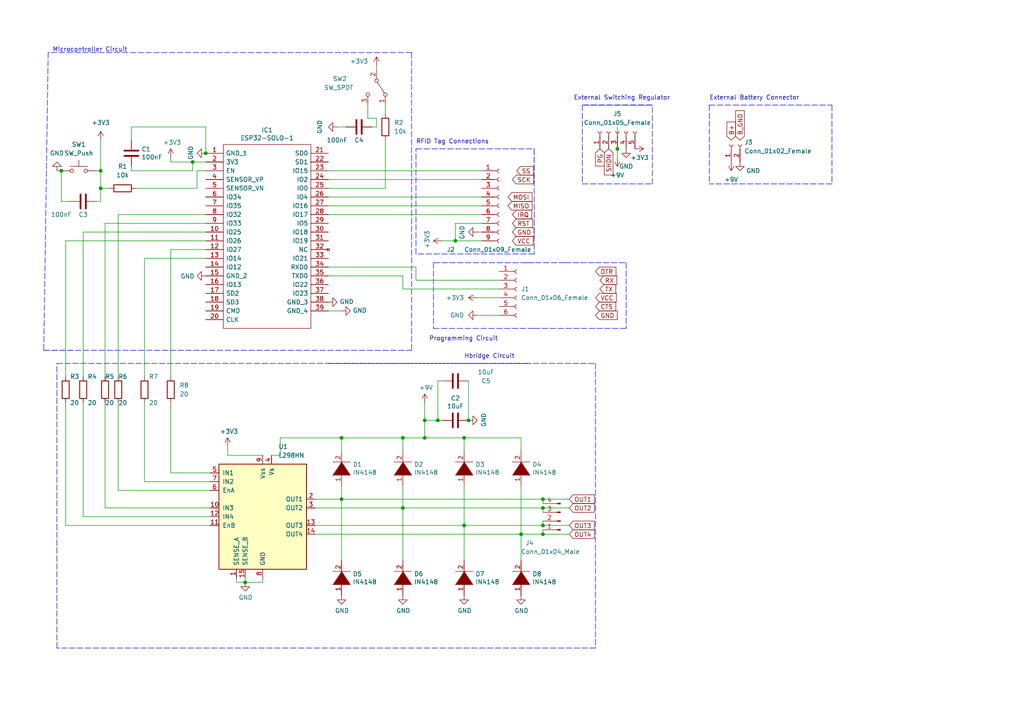
<source format=kicad_sch>
(kicad_sch (version 20211123) (generator eeschema)
  (paper "A4")
  (lib_symbols
    (symbol "Connector:Conn_01x02_Female" (pin_names (offset 1.016) hide)
      (property "Reference" "J" (at 0 2.54 0))
      (property "Value" "Conn_01x02_Female" (at 0 -5.08 0))
      (symbol "Conn_01x02_Female_1_1"
        (arc (start 0 -2.032) (mid -0.508 -2.54) (end 0 -3.048) (stroke (width 0.1524)))
        (polyline (pts (xy -1.27 -2.54) (xy -0.508 -2.54)) (stroke (width 0.1524)))
        (polyline (pts (xy -1.27 0) (xy -0.508 0)) (stroke (width 0.1524)))
        (arc (start 0 0.508) (mid -0.508 0) (end 0 -0.508) (stroke (width 0.1524)))
        (pin passive line (at -5.08 0 0) (length 3.81) (name "Pin_1") (number "1"))
        (pin passive line (at -5.08 -2.54 0) (length 3.81) (name "Pin_2") (number "2"))
      )
    )
    (symbol "Connector:Conn_01x04_Male" (pin_names (offset 1.016) hide)
      (property "Reference" "J" (at 0 5.08 0))
      (property "Value" "Conn_01x04_Male" (at 0 -7.62 0))
      (symbol "Conn_01x04_Male_1_1"
        (polyline (pts (xy 1.27 -5.08) (xy 0.8636 -5.08)) (stroke (width 0.1524)))
        (polyline (pts (xy 1.27 -2.54) (xy 0.8636 -2.54)) (stroke (width 0.1524)))
        (polyline (pts (xy 1.27 0) (xy 0.8636 0)) (stroke (width 0.1524)))
        (polyline (pts (xy 1.27 2.54) (xy 0.8636 2.54)) (stroke (width 0.1524)))
        (rectangle (start 0.8636 -4.953) (end 0 -5.207) (stroke (width 0.1524)) (fill (type outline)))
        (rectangle (start 0.8636 -2.413) (end 0 -2.667) (stroke (width 0.1524)) (fill (type outline)))
        (rectangle (start 0.8636 0.127) (end 0 -0.127) (stroke (width 0.1524)) (fill (type outline)))
        (rectangle (start 0.8636 2.667) (end 0 2.413) (stroke (width 0.1524)) (fill (type outline)))
        (pin passive line (at 5.08 2.54 180) (length 3.81) (name "Pin_1") (number "1"))
        (pin passive line (at 5.08 0 180) (length 3.81) (name "Pin_2") (number "2"))
        (pin passive line (at 5.08 -2.54 180) (length 3.81) (name "Pin_3") (number "3"))
        (pin passive line (at 5.08 -5.08 180) (length 3.81) (name "Pin_4") (number "4"))
      )
    )
    (symbol "Connector:Conn_01x05_Female" (pin_names (offset 1.016) hide)
      (property "Reference" "J" (at 0 7.62 0))
      (property "Value" "Conn_01x05_Female" (at 0 -7.62 0))
      (symbol "Conn_01x05_Female_1_1"
        (arc (start 0 -4.572) (mid -0.508 -5.08) (end 0 -5.588) (stroke (width 0.1524)))
        (arc (start 0 -2.032) (mid -0.508 -2.54) (end 0 -3.048) (stroke (width 0.1524)))
        (polyline (pts (xy -1.27 -5.08) (xy -0.508 -5.08)) (stroke (width 0.1524)))
        (polyline (pts (xy -1.27 -2.54) (xy -0.508 -2.54)) (stroke (width 0.1524)))
        (polyline (pts (xy -1.27 0) (xy -0.508 0)) (stroke (width 0.1524)))
        (polyline (pts (xy -1.27 2.54) (xy -0.508 2.54)) (stroke (width 0.1524)))
        (polyline (pts (xy -1.27 5.08) (xy -0.508 5.08)) (stroke (width 0.1524)))
        (arc (start 0 0.508) (mid -0.508 0) (end 0 -0.508) (stroke (width 0.1524)))
        (arc (start 0 3.048) (mid -0.508 2.54) (end 0 2.032) (stroke (width 0.1524)))
        (arc (start 0 5.588) (mid -0.508 5.08) (end 0 4.572) (stroke (width 0.1524)))
        (pin passive line (at -5.08 5.08 0) (length 3.81) (name "Pin_1") (number "1"))
        (pin passive line (at -5.08 2.54 0) (length 3.81) (name "Pin_2") (number "2"))
        (pin passive line (at -5.08 0 0) (length 3.81) (name "Pin_3") (number "3"))
        (pin passive line (at -5.08 -2.54 0) (length 3.81) (name "Pin_4") (number "4"))
        (pin passive line (at -5.08 -5.08 0) (length 3.81) (name "Pin_5") (number "5"))
      )
    )
    (symbol "Connector:Conn_01x06_Female" (pin_names (offset 1.016) hide)
      (property "Reference" "J" (at 0 7.62 0))
      (property "Value" "Conn_01x06_Female" (at 0 -10.16 0))
      (symbol "Conn_01x06_Female_1_1"
        (arc (start 0 -7.112) (mid -0.508 -7.62) (end 0 -8.128) (stroke (width 0.1524)))
        (arc (start 0 -4.572) (mid -0.508 -5.08) (end 0 -5.588) (stroke (width 0.1524)))
        (arc (start 0 -2.032) (mid -0.508 -2.54) (end 0 -3.048) (stroke (width 0.1524)))
        (polyline (pts (xy -1.27 -7.62) (xy -0.508 -7.62)) (stroke (width 0.1524)))
        (polyline (pts (xy -1.27 -5.08) (xy -0.508 -5.08)) (stroke (width 0.1524)))
        (polyline (pts (xy -1.27 -2.54) (xy -0.508 -2.54)) (stroke (width 0.1524)))
        (polyline (pts (xy -1.27 0) (xy -0.508 0)) (stroke (width 0.1524)))
        (polyline (pts (xy -1.27 2.54) (xy -0.508 2.54)) (stroke (width 0.1524)))
        (polyline (pts (xy -1.27 5.08) (xy -0.508 5.08)) (stroke (width 0.1524)))
        (arc (start 0 0.508) (mid -0.508 0) (end 0 -0.508) (stroke (width 0.1524)))
        (arc (start 0 3.048) (mid -0.508 2.54) (end 0 2.032) (stroke (width 0.1524)))
        (arc (start 0 5.588) (mid -0.508 5.08) (end 0 4.572) (stroke (width 0.1524)))
        (pin passive line (at -5.08 5.08 0) (length 3.81) (name "Pin_1") (number "1"))
        (pin passive line (at -5.08 2.54 0) (length 3.81) (name "Pin_2") (number "2"))
        (pin passive line (at -5.08 0 0) (length 3.81) (name "Pin_3") (number "3"))
        (pin passive line (at -5.08 -2.54 0) (length 3.81) (name "Pin_4") (number "4"))
        (pin passive line (at -5.08 -5.08 0) (length 3.81) (name "Pin_5") (number "5"))
        (pin passive line (at -5.08 -7.62 0) (length 3.81) (name "Pin_6") (number "6"))
      )
    )
    (symbol "Connector:Conn_01x09_Female" (pin_names (offset 1.016) hide)
      (property "Reference" "J" (at 0 12.7 0))
      (property "Value" "Conn_01x09_Female" (at 0 -12.7 0))
      (symbol "Conn_01x09_Female_1_1"
        (arc (start 0 -9.652) (mid -0.508 -10.16) (end 0 -10.668) (stroke (width 0.1524)))
        (arc (start 0 -7.112) (mid -0.508 -7.62) (end 0 -8.128) (stroke (width 0.1524)))
        (arc (start 0 -4.572) (mid -0.508 -5.08) (end 0 -5.588) (stroke (width 0.1524)))
        (arc (start 0 -2.032) (mid -0.508 -2.54) (end 0 -3.048) (stroke (width 0.1524)))
        (polyline (pts (xy -1.27 -10.16) (xy -0.508 -10.16)) (stroke (width 0.1524)))
        (polyline (pts (xy -1.27 -7.62) (xy -0.508 -7.62)) (stroke (width 0.1524)))
        (polyline (pts (xy -1.27 -5.08) (xy -0.508 -5.08)) (stroke (width 0.1524)))
        (polyline (pts (xy -1.27 -2.54) (xy -0.508 -2.54)) (stroke (width 0.1524)))
        (polyline (pts (xy -1.27 0) (xy -0.508 0)) (stroke (width 0.1524)))
        (polyline (pts (xy -1.27 2.54) (xy -0.508 2.54)) (stroke (width 0.1524)))
        (polyline (pts (xy -1.27 5.08) (xy -0.508 5.08)) (stroke (width 0.1524)))
        (polyline (pts (xy -1.27 7.62) (xy -0.508 7.62)) (stroke (width 0.1524)))
        (polyline (pts (xy -1.27 10.16) (xy -0.508 10.16)) (stroke (width 0.1524)))
        (arc (start 0 0.508) (mid -0.508 0) (end 0 -0.508) (stroke (width 0.1524)))
        (arc (start 0 3.048) (mid -0.508 2.54) (end 0 2.032) (stroke (width 0.1524)))
        (arc (start 0 5.588) (mid -0.508 5.08) (end 0 4.572) (stroke (width 0.1524)))
        (arc (start 0 8.128) (mid -0.508 7.62) (end 0 7.112) (stroke (width 0.1524)))
        (arc (start 0 10.668) (mid -0.508 10.16) (end 0 9.652) (stroke (width 0.1524)))
        (pin passive line (at -5.08 10.16 0) (length 3.81) (name "Pin_1") (number "1"))
        (pin passive line (at -5.08 7.62 0) (length 3.81) (name "Pin_2") (number "2"))
        (pin passive line (at -5.08 5.08 0) (length 3.81) (name "Pin_3") (number "3"))
        (pin passive line (at -5.08 2.54 0) (length 3.81) (name "Pin_4") (number "4"))
        (pin passive line (at -5.08 0 0) (length 3.81) (name "Pin_5") (number "5"))
        (pin passive line (at -5.08 -2.54 0) (length 3.81) (name "Pin_6") (number "6"))
        (pin passive line (at -5.08 -5.08 0) (length 3.81) (name "Pin_7") (number "7"))
        (pin passive line (at -5.08 -7.62 0) (length 3.81) (name "Pin_8") (number "8"))
        (pin passive line (at -5.08 -10.16 0) (length 3.81) (name "Pin_9") (number "9"))
      )
    )
    (symbol "Device:C" (pin_numbers hide) (pin_names (offset 0.254))
      (property "Reference" "C" (at 0.635 2.54 0))
      (property "Value" "C" (at 0.635 -2.54 0))
      (symbol "C_0_1"
        (polyline (pts (xy -2.032 -0.762) (xy 2.032 -0.762)) (stroke (width 0.508)))
        (polyline (pts (xy -2.032 0.762) (xy 2.032 0.762)) (stroke (width 0.508)))
      )
      (symbol "C_1_1"
        (pin passive line (at 0 3.81 270) (length 2.794) (name "~") (number "1"))
        (pin passive line (at 0 -3.81 90) (length 2.794) (name "~") (number "2"))
      )
    )
    (symbol "Device:R" (pin_numbers hide) (pin_names (offset 0))
      (property "Reference" "R" (at 2.032 0 90))
      (property "Value" "R" (at 0 0 90))
      (symbol "R_0_1"
        (rectangle (start -1.016 -2.54) (end 1.016 2.54) (stroke (width 0.254)))
      )
      (symbol "R_1_1"
        (pin passive line (at 0 3.81 270) (length 1.27) (name "~") (number "1"))
        (pin passive line (at 0 -3.81 90) (length 1.27) (name "~") (number "2"))
      )
    )
    (symbol "Driver_Motor:L298HN" (pin_names (offset 1.016))
      (property "Reference" "U" (at -10.16 16.51 0))
      (property "Value" "L298HN" (at 12.7 16.51 0))
      (symbol "L298HN_0_1"
        (rectangle (start -12.7 15.24) (end 12.7 -15.24) (stroke (width 0.254)) (fill (type background)))
      )
      (symbol "L298HN_1_1"
        (pin power_in line (at -7.62 -17.78 90) (length 2.54) (name "SENSE_A") (number "1"))
        (pin input line (at -15.24 2.54 0) (length 2.54) (name "IN3") (number "10"))
        (pin input line (at -15.24 -2.54 0) (length 2.54) (name "EnB") (number "11"))
        (pin input line (at -15.24 0 0) (length 2.54) (name "IN4") (number "12"))
        (pin output line (at 15.24 -2.54 180) (length 2.54) (name "OUT3") (number "13"))
        (pin output line (at 15.24 -5.08 180) (length 2.54) (name "OUT4") (number "14"))
        (pin power_in line (at -5.08 -17.78 90) (length 2.54) (name "SENSE_B") (number "15"))
        (pin output line (at 15.24 5.08 180) (length 2.54) (name "OUT1") (number "2"))
        (pin output line (at 15.24 2.54 180) (length 2.54) (name "OUT2") (number "3"))
        (pin power_in line (at 2.54 17.78 270) (length 2.54) (name "Vs") (number "4"))
        (pin input line (at -15.24 12.7 0) (length 2.54) (name "IN1") (number "5"))
        (pin input line (at -15.24 7.62 0) (length 2.54) (name "EnA") (number "6"))
        (pin input line (at -15.24 10.16 0) (length 2.54) (name "IN2") (number "7"))
        (pin power_in line (at 0 -17.78 90) (length 2.54) (name "GND") (number "8"))
        (pin power_in line (at 0 17.78 270) (length 2.54) (name "Vss") (number "9"))
      )
    )
    (symbol "SamacSys_Parts:ESP32-SOLO-1" (pin_names (offset 0.762))
      (property "Reference" "IC" (at 31.75 7.62 0))
      (property "Value" "SamacSys_Parts_ESP32-SOLO-1" (at 31.75 5.08 0))
      (symbol "ESP32-SOLO-1_0_0"
        (pin passive line (at 0 0 0) (length 5.08) (name "GND_1") (number "1"))
        (pin passive line (at 0 -22.86 0) (length 5.08) (name "IO25") (number "10"))
        (pin passive line (at 0 -25.4 0) (length 5.08) (name "IO26") (number "11"))
        (pin passive line (at 0 -27.94 0) (length 5.08) (name "IO27") (number "12"))
        (pin passive line (at 0 -30.48 0) (length 5.08) (name "IO14") (number "13"))
        (pin passive line (at 0 -33.02 0) (length 5.08) (name "IO12") (number "14"))
        (pin passive line (at 0 -35.56 0) (length 5.08) (name "GND_2") (number "15"))
        (pin passive line (at 0 -38.1 0) (length 5.08) (name "IO13") (number "16"))
        (pin passive line (at 0 -40.64 0) (length 5.08) (name "SD2") (number "17"))
        (pin passive line (at 0 -43.18 0) (length 5.08) (name "SD3") (number "18"))
        (pin passive line (at 0 -45.72 0) (length 5.08) (name "CMD") (number "19"))
        (pin passive line (at 0 -2.54 0) (length 5.08) (name "3V3") (number "2"))
        (pin passive line (at 0 -48.26 0) (length 5.08) (name "CLK") (number "20"))
        (pin passive line (at 35.56 0 180) (length 5.08) (name "SD0") (number "21"))
        (pin passive line (at 35.56 -2.54 180) (length 5.08) (name "SD1") (number "22"))
        (pin passive line (at 35.56 -5.08 180) (length 5.08) (name "IO15") (number "23"))
        (pin passive line (at 35.56 -7.62 180) (length 5.08) (name "IO2") (number "24"))
        (pin passive line (at 35.56 -10.16 180) (length 5.08) (name "IO0") (number "25"))
        (pin passive line (at 35.56 -12.7 180) (length 5.08) (name "IO4") (number "26"))
        (pin passive line (at 35.56 -15.24 180) (length 5.08) (name "IO16") (number "27"))
        (pin passive line (at 35.56 -17.78 180) (length 5.08) (name "IO17") (number "28"))
        (pin passive line (at 35.56 -20.32 180) (length 5.08) (name "IO5") (number "29"))
        (pin passive line (at 0 -5.08 0) (length 5.08) (name "EN") (number "3"))
        (pin passive line (at 35.56 -22.86 180) (length 5.08) (name "IO18") (number "30"))
        (pin passive line (at 35.56 -25.4 180) (length 5.08) (name "IO19") (number "31"))
        (pin no_connect line (at 35.56 -27.94 180) (length 5.08) (name "NC") (number "32"))
        (pin passive line (at 35.56 -30.48 180) (length 5.08) (name "IO21") (number "33"))
        (pin passive line (at 35.56 -33.02 180) (length 5.08) (name "RXD0") (number "34"))
        (pin passive line (at 35.56 -35.56 180) (length 5.08) (name "TXD0") (number "35"))
        (pin passive line (at 35.56 -38.1 180) (length 5.08) (name "IO22") (number "36"))
        (pin passive line (at 35.56 -40.64 180) (length 5.08) (name "IO23") (number "37"))
        (pin passive line (at 35.56 -43.18 180) (length 5.08) (name "GND_3") (number "38"))
        (pin passive line (at 35.56 -45.72 180) (length 5.08) (name "GND_4") (number "39"))
        (pin passive line (at 0 -7.62 0) (length 5.08) (name "SENSOR_VP") (number "4"))
        (pin passive line (at 0 -10.16 0) (length 5.08) (name "SENSOR_VN") (number "5"))
        (pin passive line (at 0 -12.7 0) (length 5.08) (name "IO34") (number "6"))
        (pin passive line (at 0 -15.24 0) (length 5.08) (name "IO35") (number "7"))
        (pin passive line (at 0 -17.78 0) (length 5.08) (name "IO32") (number "8"))
        (pin passive line (at 0 -20.32 0) (length 5.08) (name "IO33") (number "9"))
      )
      (symbol "ESP32-SOLO-1_0_1"
        (polyline (pts (xy 5.08 2.54) (xy 30.48 2.54) (xy 30.48 -50.8) (xy 5.08 -50.8) (xy 5.08 2.54)) (stroke (width 0.1524)))
      )
    )
    (symbol "Switch:SW_Push" (pin_numbers hide) (pin_names (offset 1.016) hide)
      (property "Reference" "SW" (at 1.27 2.54 0))
      (property "Value" "SW_Push" (at 0 -1.524 0))
      (symbol "SW_Push_0_1"
        (circle (center -2.032 0) (radius 0.508))
        (polyline (pts (xy 0 1.27) (xy 0 3.048)))
        (polyline (pts (xy 2.54 1.27) (xy -2.54 1.27)))
        (circle (center 2.032 0) (radius 0.508))
        (pin passive line (at -5.08 0 0) (length 2.54) (name "1") (number "1"))
        (pin passive line (at 5.08 0 180) (length 2.54) (name "2") (number "2"))
      )
    )
    (symbol "Switch:SW_SPDT" (pin_names (offset 0) hide)
      (property "Reference" "SW" (at 0 4.318 0))
      (property "Value" "SW_SPDT" (at 0 -5.08 0))
      (symbol "SW_SPDT_0_0"
        (circle (center -2.032 0) (radius 0.508))
        (circle (center 2.032 -2.54) (radius 0.508))
      )
      (symbol "SW_SPDT_0_1"
        (polyline (pts (xy -1.524 0.254) (xy 1.651 2.286)))
        (circle (center 2.032 2.54) (radius 0.508))
      )
      (symbol "SW_SPDT_1_1"
        (pin passive line (at 5.08 2.54 180) (length 2.54) (name "A") (number "1"))
        (pin passive line (at -5.08 0 0) (length 2.54) (name "B") (number "2"))
        (pin passive line (at 5.08 -2.54 180) (length 2.54) (name "C") (number "3"))
      )
    )
    (symbol "power:+3.3V" (power) (pin_names (offset 0))
      (property "Value" "+3.3V" (at 0 3.556 0))
      (symbol "+3.3V_0_1"
        (polyline (pts (xy -0.762 1.27) (xy 0 2.54)))
        (polyline (pts (xy 0 0) (xy 0 2.54)))
        (polyline (pts (xy 0 2.54) (xy 0.762 1.27)))
      )
      (symbol "+3.3V_1_1"
        (pin power_in line (at 0 0 90) (length 0) hide (name "+3V3") (number "1"))
      )
    )
    (symbol "power:+9V" (power) (pin_names (offset 0))
      (property "Value" "+9V" (at 0 3.556 0))
      (symbol "+9V_0_1"
        (polyline (pts (xy -0.762 1.27) (xy 0 2.54)))
        (polyline (pts (xy 0 0) (xy 0 2.54)))
        (polyline (pts (xy 0 2.54) (xy 0.762 1.27)))
      )
      (symbol "+9V_1_1"
        (pin power_in line (at 0 0 90) (length 0) hide (name "+9V") (number "1"))
      )
    )
    (symbol "power:GND" (power) (pin_names (offset 0))
      (property "Value" "GND" (at 0 -3.81 0))
      (symbol "GND_0_1"
        (polyline (pts (xy 0 0) (xy 0 -1.27) (xy 1.27 -1.27) (xy 0 -2.54) (xy -1.27 -1.27) (xy 0 -1.27)))
      )
      (symbol "GND_1_1"
        (pin power_in line (at 0 0 270) (length 0) hide (name "GND") (number "1"))
      )
    )
    (symbol "pspice:DIODE" (pin_names (offset 1.016) hide)
      (property "Reference" "D" (at 0 3.81 0))
      (property "Value" "DIODE" (at 0 -4.445 0))
      (symbol "DIODE_0_1"
        (polyline (pts (xy 1.905 2.54) (xy 1.905 -2.54)))
        (polyline (pts (xy -1.905 2.54) (xy -1.905 -2.54) (xy 1.905 0)) (fill (type outline)))
      )
      (symbol "DIODE_1_1"
        (pin input line (at -5.08 0 0) (length 3.81) (name "K") (number "1"))
        (pin input line (at 5.08 0 180) (length 3.81) (name "A") (number "2"))
      )
    )
  )
  (junction (at 29.21 54.61))
  (junction (at 135.89 121.92))
  (junction (at 116.84 147.32))
  (junction (at 134.62 127))
  (junction (at 157.48 154.94))
  (junction (at 157.48 152.4))
  (junction (at 157.48 147.32))
  (junction (at 99.06 127))
  (junction (at 151.13 154.94))
  (junction (at 123.19 121.92))
  (junction (at 55.88 46.99))
  (junction (at 132.08 69.85))
  (junction (at 179.07 43.18))
  (junction (at 17.78 49.53))
  (junction (at 59.69 44.45))
  (junction (at 99.06 144.78))
  (junction (at 127 121.92))
  (junction (at 157.48 144.78))
  (junction (at 29.21 49.53))
  (junction (at 123.19 127))
  (junction (at 134.62 152.4))
  (junction (at 71.12 168.91))
  (junction (at 116.84 127))
  (wire (pts (xy 41.91 139.7) (xy 60.96 139.7)))
  (wire (pts (xy 31.75 54.61) (xy 29.21 54.61)))
  (wire (pts (xy 111.76 40.64) (xy 111.76 54.61)))
  (polyline (pts (xy 13.97 15.24) (xy 12.7 101.6)))
  (wire (pts (xy 24.13 67.31) (xy 24.13 109.22)))
  (wire (pts (xy 24.13 116.84) (xy 24.13 149.86)))
  (wire (pts (xy 91.44 154.94) (xy 151.13 154.94)))
  (wire (pts (xy 120.65 81.28) (xy 144.78 81.28)))
  (polyline (pts (xy 205.74 30.48) (xy 205.74 53.34)))
  (wire (pts (xy 134.62 140.97) (xy 134.62 152.4)))
  (wire (pts (xy 120.65 77.47) (xy 120.65 81.28)))
  (wire (pts (xy 30.48 147.32) (xy 60.96 147.32)))
  (polyline (pts (xy 152.4 76.2) (xy 154.94 76.2)))
  (polyline (pts (xy 189.23 30.48) (xy 168.91 30.48)))
  (wire (pts (xy 68.58 167.64) (xy 68.58 168.91)))
  (polyline (pts (xy 154.94 73.66) (xy 120.65 73.66)))
  (polyline (pts (xy 125.73 95.25) (xy 154.94 95.25)))
  (wire (pts (xy 49.53 116.84) (xy 49.53 137.16)))
  (polyline (pts (xy 189.23 53.34) (xy 189.23 30.48)))
  (wire (pts (xy 99.06 130.81) (xy 99.06 127)))
  (wire (pts (xy 34.29 142.24) (xy 60.96 142.24)))
  (wire (pts (xy 19.05 116.84) (xy 19.05 152.4)))
  (wire (pts (xy 30.48 116.84) (xy 30.48 147.32)))
  (wire (pts (xy 55.88 49.53) (xy 55.88 46.99)))
  (wire (pts (xy 49.53 46.99) (xy 55.88 46.99)))
  (wire (pts (xy 17.78 49.53) (xy 17.78 58.42)))
  (wire (pts (xy 109.22 34.29) (xy 106.68 34.29)))
  (polyline (pts (xy 12.7 101.6) (xy 118.11 101.6)))
  (polyline (pts (xy 95.25 105.41) (xy 172.72 105.41)))
  (wire (pts (xy 157.48 144.78) (xy 157.48 146.05)))
  (wire (pts (xy 127 121.92) (xy 128.27 121.92)))
  (wire (pts (xy 81.28 127) (xy 81.28 132.08)))
  (wire (pts (xy 157.48 147.32) (xy 157.48 148.59)))
  (wire (pts (xy 138.43 86.36) (xy 144.78 86.36)))
  (wire (pts (xy 24.13 149.86) (xy 60.96 149.86)))
  (wire (pts (xy 135.89 110.49) (xy 135.89 121.92)))
  (wire (pts (xy 91.44 144.78) (xy 99.06 144.78)))
  (wire (pts (xy 109.22 36.83) (xy 109.22 34.29)))
  (wire (pts (xy 59.69 46.99) (xy 55.88 46.99)))
  (wire (pts (xy 116.84 147.32) (xy 157.48 147.32)))
  (wire (pts (xy 39.37 54.61) (xy 57.15 54.61)))
  (wire (pts (xy 71.12 168.91) (xy 71.12 167.64)))
  (polyline (pts (xy 154.94 43.18) (xy 154.94 73.66)))
  (wire (pts (xy 138.43 67.31) (xy 139.7 67.31)))
  (polyline (pts (xy 120.65 73.66) (xy 120.65 43.18)))
  (wire (pts (xy 95.25 80.01) (xy 116.84 80.01)))
  (polyline (pts (xy 16.51 187.96) (xy 16.51 105.41)))
  (wire (pts (xy 38.1 40.64) (xy 38.1 36.83)))
  (wire (pts (xy 76.2 168.91) (xy 76.2 167.64)))
  (wire (pts (xy 100.33 36.83) (xy 97.79 36.83)))
  (polyline (pts (xy 172.72 76.2) (xy 181.61 76.2)))
  (wire (pts (xy 134.62 127) (xy 134.62 130.81)))
  (wire (pts (xy 95.25 62.23) (xy 139.7 62.23)))
  (wire (pts (xy 95.25 77.47) (xy 120.65 77.47)))
  (wire (pts (xy 30.48 64.77) (xy 59.69 64.77)))
  (wire (pts (xy 99.06 144.78) (xy 157.48 144.78)))
  (wire (pts (xy 157.48 152.4) (xy 165.1 152.4)))
  (wire (pts (xy 24.13 67.31) (xy 59.69 67.31)))
  (polyline (pts (xy 241.3 53.34) (xy 205.74 53.34)))
  (polyline (pts (xy 168.91 30.48) (xy 168.91 53.34)))
  (wire (pts (xy 34.29 62.23) (xy 59.69 62.23)))
  (wire (pts (xy 116.84 147.32) (xy 116.84 140.97)))
  (wire (pts (xy 66.04 132.08) (xy 66.04 129.54)))
  (polyline (pts (xy 163.83 76.2) (xy 154.94 76.2)))
  (polyline (pts (xy 181.61 76.2) (xy 181.61 95.25)))
  (wire (pts (xy 49.53 46.99) (xy 49.53 45.72)))
  (wire (pts (xy 116.84 127) (xy 123.19 127)))
  (wire (pts (xy 179.07 36.83) (xy 179.07 43.18)))
  (wire (pts (xy 157.48 147.32) (xy 165.1 147.32)))
  (polyline (pts (xy 119.38 15.24) (xy 119.38 101.6)))
  (wire (pts (xy 95.25 49.53) (xy 139.7 49.53)))
  (wire (pts (xy 123.19 127) (xy 134.62 127)))
  (wire (pts (xy 19.05 69.85) (xy 19.05 109.22)))
  (wire (pts (xy 134.62 152.4) (xy 157.48 152.4)))
  (wire (pts (xy 157.48 144.78) (xy 165.1 144.78)))
  (polyline (pts (xy 154.94 76.2) (xy 125.73 76.2)))
  (wire (pts (xy 157.48 153.67) (xy 157.48 154.94)))
  (wire (pts (xy 71.12 168.91) (xy 76.2 168.91)))
  (wire (pts (xy 134.62 152.4) (xy 134.62 162.56)))
  (wire (pts (xy 57.15 49.53) (xy 59.69 49.53)))
  (wire (pts (xy 157.48 154.94) (xy 165.1 154.94)))
  (wire (pts (xy 144.78 91.44) (xy 138.43 91.44)))
  (wire (pts (xy 128.27 110.49) (xy 127 110.49)))
  (wire (pts (xy 81.28 132.08) (xy 78.74 132.08)))
  (polyline (pts (xy 163.83 76.2) (xy 172.72 76.2)))
  (wire (pts (xy 111.76 30.48) (xy 111.76 33.02)))
  (polyline (pts (xy 172.72 105.41) (xy 172.72 187.96)))
  (polyline (pts (xy 154.94 43.18) (xy 154.94 49.53)))
  (wire (pts (xy 60.96 137.16) (xy 49.53 137.16)))
  (wire (pts (xy 68.58 168.91) (xy 71.12 168.91)))
  (wire (pts (xy 123.19 121.92) (xy 123.19 127)))
  (wire (pts (xy 116.84 147.32) (xy 116.84 162.56)))
  (wire (pts (xy 151.13 127) (xy 134.62 127)))
  (polyline (pts (xy 125.73 76.2) (xy 125.73 95.25)))
  (wire (pts (xy 27.94 58.42) (xy 29.21 58.42)))
  (wire (pts (xy 38.1 48.26) (xy 38.1 49.53)))
  (wire (pts (xy 116.84 80.01) (xy 116.84 83.82)))
  (wire (pts (xy 128.27 69.85) (xy 132.08 69.85)))
  (wire (pts (xy 59.69 36.83) (xy 59.69 44.45)))
  (wire (pts (xy 123.19 116.84) (xy 123.19 121.92)))
  (polyline (pts (xy 118.11 101.6) (xy 119.38 101.6)))
  (wire (pts (xy 19.05 152.4) (xy 60.96 152.4)))
  (wire (pts (xy 109.22 19.05) (xy 109.22 20.32)))
  (wire (pts (xy 107.95 36.83) (xy 109.22 36.83)))
  (wire (pts (xy 91.44 147.32) (xy 116.84 147.32)))
  (wire (pts (xy 106.68 30.48) (xy 106.68 34.29)))
  (wire (pts (xy 16.51 49.53) (xy 17.78 49.53)))
  (polyline (pts (xy 241.3 30.48) (xy 241.3 53.34)))
  (polyline (pts (xy 168.91 53.34) (xy 189.23 53.34)))
  (polyline (pts (xy 181.61 95.25) (xy 172.72 95.25)))
  (wire (pts (xy 179.07 45.72) (xy 179.07 43.18)))
  (wire (pts (xy 34.29 116.84) (xy 34.29 142.24)))
  (wire (pts (xy 29.21 58.42) (xy 29.21 54.61)))
  (wire (pts (xy 123.19 121.92) (xy 127 121.92)))
  (wire (pts (xy 95.25 59.69) (xy 139.7 59.69)))
  (wire (pts (xy 99.06 144.78) (xy 99.06 162.56)))
  (wire (pts (xy 151.13 154.94) (xy 151.13 162.56)))
  (wire (pts (xy 95.25 90.17) (xy 99.06 90.17)))
  (wire (pts (xy 116.84 130.81) (xy 116.84 127)))
  (wire (pts (xy 49.53 72.39) (xy 49.53 109.22)))
  (wire (pts (xy 38.1 36.83) (xy 59.69 36.83)))
  (wire (pts (xy 157.48 151.13) (xy 157.48 152.4)))
  (polyline (pts (xy 16.51 105.41) (xy 153.67 105.41)))
  (wire (pts (xy 151.13 130.81) (xy 151.13 127)))
  (wire (pts (xy 34.29 62.23) (xy 34.29 109.22)))
  (wire (pts (xy 132.08 64.77) (xy 132.08 69.85)))
  (polyline (pts (xy 154.94 95.25) (xy 172.72 95.25)))
  (wire (pts (xy 132.08 69.85) (xy 139.7 69.85)))
  (wire (pts (xy 95.25 52.07) (xy 139.7 52.07)))
  (wire (pts (xy 99.06 140.97) (xy 99.06 144.78)))
  (wire (pts (xy 29.21 40.64) (xy 29.21 49.53)))
  (wire (pts (xy 76.2 132.08) (xy 66.04 132.08)))
  (wire (pts (xy 95.25 54.61) (xy 111.76 54.61)))
  (wire (pts (xy 151.13 154.94) (xy 157.48 154.94)))
  (wire (pts (xy 99.06 127) (xy 81.28 127)))
  (wire (pts (xy 41.91 74.93) (xy 41.91 109.22)))
  (wire (pts (xy 95.25 57.15) (xy 139.7 57.15)))
  (wire (pts (xy 127 110.49) (xy 127 121.92)))
  (wire (pts (xy 59.69 74.93) (xy 41.91 74.93)))
  (wire (pts (xy 19.05 69.85) (xy 59.69 69.85)))
  (wire (pts (xy 29.21 49.53) (xy 27.94 49.53)))
  (polyline (pts (xy 168.91 30.48) (xy 189.23 30.48)))
  (polyline (pts (xy 205.74 30.48) (xy 241.3 30.48)))
  (wire (pts (xy 144.78 83.82) (xy 116.84 83.82)))
  (wire (pts (xy 132.08 64.77) (xy 139.7 64.77)))
  (wire (pts (xy 41.91 116.84) (xy 41.91 139.7)))
  (polyline (pts (xy 12.7 101.6) (xy 21.59 101.6)))
  (wire (pts (xy 38.1 49.53) (xy 55.88 49.53)))
  (wire (pts (xy 29.21 49.53) (xy 29.21 54.61)))
  (wire (pts (xy 49.53 72.39) (xy 59.69 72.39)))
  (wire (pts (xy 30.48 64.77) (xy 30.48 109.22)))
  (polyline (pts (xy 119.38 15.24) (xy 13.97 15.24)))
  (wire (pts (xy 57.15 54.61) (xy 57.15 49.53)))
  (wire (pts (xy 116.84 127) (xy 99.06 127)))
  (wire (pts (xy 20.32 58.42) (xy 17.78 58.42)))
  (polyline (pts (xy 172.72 187.96) (xy 16.51 187.96)))
  (wire (pts (xy 134.62 152.4) (xy 91.44 152.4)))
  (polyline (pts (xy 120.65 43.18) (xy 154.94 43.18)))
  (wire (pts (xy 151.13 140.97) (xy 151.13 154.94)))
  (text "Microcontroller Circuit" (at 15.24 15.24 0) (effects (font (size 1.27 1.27)) (justify left bottom)))
  (text "Programming Circuit\n" (at 124.46 99.06 0) (effects (font (size 1.27 1.27)) (justify left bottom)))
  (text "External Switching Regulator\n" (at 166.37 29.21 0) (effects (font (size 1.27 1.27)) (justify left bottom)))
  (text "External Battery Connector\n" (at 205.74 29.21 0) (effects (font (size 1.27 1.27)) (justify left bottom)))
  (text "Hbridge Circuit" (at 134.62 104.14 0) (effects (font (size 1.27 1.27)) (justify left bottom)))
  (text "RFID Tag Connections\n" (at 120.65 41.91 0) (effects (font (size 1.27 1.27)) (justify left bottom)))
  (global_label "SS" (shape input) (at 149.86 49.53 0) (property "Intersheet References" "${INTERSHEET_REFS}" (effects hide)))
  (global_label "OUT3" (shape input) (at 165.1 152.4 0) (property "Intersheet References" "${INTERSHEET_REFS}" (effects hide)))
  (global_label "CTS" (shape input) (at 172.72 88.9 0) (property "Intersheet References" "${INTERSHEET_REFS}" (effects hide)))
  (global_label "MISO" (shape input) (at 147.32 59.69 0) (property "Intersheet References" "${INTERSHEET_REFS}" (effects hide)))
  (global_label "GND" (shape input) (at 148.59 67.31 0) (property "Intersheet References" "${INTERSHEET_REFS}" (effects hide)))
  (global_label "OUT1" (shape input) (at 165.1 144.78 0) (property "Intersheet References" "${INTERSHEET_REFS}" (effects hide)))
  (global_label "OUT4" (shape input) (at 165.1 154.94 0) (property "Intersheet References" "${INTERSHEET_REFS}" (effects hide)))
  (global_label "RX" (shape input) (at 173.99 81.28 0) (property "Intersheet References" "${INTERSHEET_REFS}" (effects hide)))
  (global_label "RST" (shape input) (at 148.59 64.77 0) (property "Intersheet References" "${INTERSHEET_REFS}" (effects hide)))
  (global_label "DTR" (shape input) (at 172.72 78.74 0) (property "Intersheet References" "${INTERSHEET_REFS}" (effects hide)))
  (global_label "OUT2" (shape input) (at 165.1 147.32 0) (property "Intersheet References" "${INTERSHEET_REFS}" (effects hide)))
  (global_label "MOSI" (shape input) (at 147.32 57.15 0) (property "Intersheet References" "${INTERSHEET_REFS}" (effects hide)))
  (global_label "VCC" (shape input) (at 148.59 69.85 0) (property "Intersheet References" "${INTERSHEET_REFS}" (effects hide)))
  (global_label "TX" (shape input) (at 173.99 83.82 0) (property "Intersheet References" "${INTERSHEET_REFS}" (effects hide)))
  (global_label "SCK" (shape input) (at 148.59 52.07 0) (property "Intersheet References" "${INTERSHEET_REFS}" (effects hide)))
  (global_label "PG" (shape input) (at 173.99 43.18 270) (property "Intersheet References" "${INTERSHEET_REFS}" (effects hide)))
  (global_label "IRQ" (shape input) (at 148.59 62.23 0) (property "Intersheet References" "${INTERSHEET_REFS}" (effects hide)))
  (global_label "VCC" (shape input) (at 172.72 86.36 0) (property "Intersheet References" "${INTERSHEET_REFS}" (effects hide)))
  (global_label "GND" (shape input) (at 172.72 91.44 0) (property "Intersheet References" "${INTERSHEET_REFS}" (effects hide)))
  (global_label "B_GND" (shape input) (at 214.63 40.64 90) (property "Intersheet References" "${INTERSHEET_REFS}" (effects hide)))
  (global_label "B+" (shape input) (at 212.09 40.64 90) (property "Intersheet References" "${INTERSHEET_REFS}" (effects hide)))
  (global_label "SHDN" (shape input) (at 176.53 43.18 270) (property "Intersheet References" "${INTERSHEET_REFS}" (effects hide)))
  (symbol (lib_id "SamacSys_Parts:ESP32-SOLO-1") (at 59.69 44.45 0) (unit 1)
    (property "Reference" "IC1" (at 77.47 37.719 0))
    (property "Value" "ESP32-SOLO-1" (at 77.47 40.0304 0))
    (property "Footprint" "RF_Module:ESP32-SOLO-ONE" (effects hide))
    (property "Datasheet" "https://www.espressif.com/sites/default/files/documentation/esp32-solo-1_datasheet_en.pdf" (effects hide))
    (property "Description" "WiFi Modules (802.11) SMD Module, ESP32-S0WD, 32Mbits SPI flash, UART mode," (effects hide))
    (property "Manufacturer_Name" "Espressif Systems" (effects hide))
    (property "Manufacturer_Part_Number" "ESP32-SOLO-1" (effects hide))
    (property "Mouser Part Number" "356-ESP32-SOLO-1" (effects hide))
    (property "Mouser Price/Stock" "https://www.mouser.co.uk/ProductDetail/Espressif-Systems/ESP32-SOLO-1?qs=w%2Fv1CP2dgqpIFRWX9FvikA%3D%3D" (effects hide))
  )
  (symbol (lib_id "power:+3.3V") (at 49.53 45.72 0) (unit 1)
    (property "Reference" "#PWR0103" (effects hide))
    (property "Value" "+3.3V" (at 49.911 41.3258 0))
  )
  (symbol (lib_id "power:GND") (at 59.69 44.45 270) (mirror x) (unit 1)
    (property "Reference" "#PWR0101" (effects hide))
    (property "Value" "GND" (at 55.2958 44.323 0))
  )
  (symbol (lib_id "Device:C") (at 38.1 44.45 0) (unit 1)
    (property "Reference" "C1" (at 41.021 43.2816 0) (effects (justify left)))
    (property "Value" "100nF" (at 41.021 45.593 0) (effects (justify left)))
    (property "Footprint" "Capacitor_SMD:C_0805_2012Metric" (effects hide))
  )
  (symbol (lib_id "power:GND") (at 59.69 80.01 270) (unit 1)
    (property "Reference" "#PWR0102" (effects hide))
    (property "Value" "GND" (at 56.4388 80.137 90) (effects (justify right)))
  )
  (symbol (lib_id "power:GND") (at 95.25 87.63 90) (unit 1)
    (property "Reference" "#PWR0105" (effects hide))
    (property "Value" "GND" (at 98.5012 87.503 90) (effects (justify right)))
  )
  (symbol (lib_id "power:GND") (at 99.06 90.17 90) (unit 1)
    (property "Reference" "#PWR0106" (effects hide))
    (property "Value" "GND" (at 102.3112 90.043 90) (effects (justify right)))
  )
  (symbol (lib_id "power:GND") (at 135.89 121.92 90) (unit 1)
    (property "Reference" "#PWR0108" (effects hide))
    (property "Value" "GND" (at 140.2842 121.793 0))
  )
  (symbol (lib_id "pspice:DIODE") (at 99.06 135.89 90) (unit 1)
    (property "Reference" "D1" (at 102.3112 134.7216 90) (effects (justify right)))
    (property "Value" "IN4148" (at 102.3112 137.033 90) (effects (justify right)))
    (property "Footprint" "Diode_SMD:D_SOD-123F" (effects hide))
  )
  (symbol (lib_id "pspice:DIODE") (at 116.84 135.89 90) (unit 1)
    (property "Reference" "D2" (at 120.0912 134.7216 90) (effects (justify right)))
    (property "Value" "IN4148" (at 120.0912 137.033 90) (effects (justify right)))
    (property "Footprint" "Diode_SMD:D_SOD-123F" (effects hide))
  )
  (symbol (lib_id "pspice:DIODE") (at 134.62 135.89 90) (unit 1)
    (property "Reference" "D3" (at 137.8712 134.7216 90) (effects (justify right)))
    (property "Value" "IN4148" (at 137.8712 137.033 90) (effects (justify right)))
    (property "Footprint" "Diode_SMD:D_SOD-123F" (effects hide))
  )
  (symbol (lib_id "pspice:DIODE") (at 151.13 135.89 90) (unit 1)
    (property "Reference" "D4" (at 154.3812 134.7216 90) (effects (justify right)))
    (property "Value" "IN4148" (at 154.3812 137.033 90) (effects (justify right)))
    (property "Footprint" "Diode_SMD:D_SOD-123F" (effects hide))
  )
  (symbol (lib_id "pspice:DIODE") (at 99.06 167.64 90) (unit 1)
    (property "Reference" "D5" (at 102.3112 166.4716 90) (effects (justify right)))
    (property "Value" "IN4148" (at 102.3112 168.783 90) (effects (justify right)))
    (property "Footprint" "Diode_SMD:D_SOD-123F" (effects hide))
  )
  (symbol (lib_id "pspice:DIODE") (at 116.84 167.64 90) (unit 1)
    (property "Reference" "D6" (at 120.0912 166.4716 90) (effects (justify right)))
    (property "Value" "IN4148" (at 120.0912 168.783 90) (effects (justify right)))
    (property "Footprint" "Diode_SMD:D_SOD-123F" (effects hide))
  )
  (symbol (lib_id "pspice:DIODE") (at 134.62 167.64 90) (unit 1)
    (property "Reference" "D7" (at 137.8712 166.4716 90) (effects (justify right)))
    (property "Value" "IN4148" (at 137.8712 168.783 90) (effects (justify right)))
    (property "Footprint" "Diode_SMD:D_SOD-123F" (effects hide))
  )
  (symbol (lib_id "pspice:DIODE") (at 151.13 167.64 90) (unit 1)
    (property "Reference" "D8" (at 154.3812 166.4716 90) (effects (justify right)))
    (property "Value" "IN4148" (at 154.3812 168.783 90) (effects (justify right)))
    (property "Footprint" "Diode_SMD:D_SOD-123F" (effects hide))
  )
  (symbol (lib_id "power:GND") (at 99.06 172.72 0) (unit 1)
    (property "Reference" "#PWR0111" (effects hide))
    (property "Value" "GND" (at 99.187 177.1142 0))
  )
  (symbol (lib_id "power:GND") (at 116.84 172.72 0) (unit 1)
    (property "Reference" "#PWR0112" (effects hide))
    (property "Value" "GND" (at 116.967 177.1142 0))
  )
  (symbol (lib_id "power:GND") (at 134.62 172.72 0) (unit 1)
    (property "Reference" "#PWR0113" (effects hide))
    (property "Value" "GND" (at 134.747 177.1142 0))
  )
  (symbol (lib_id "power:GND") (at 151.13 172.72 0) (unit 1)
    (property "Reference" "#PWR0114" (effects hide))
    (property "Value" "GND" (at 151.257 177.1142 0))
  )
  (symbol (lib_id "power:GND") (at 71.12 168.91 0) (unit 1)
    (property "Reference" "#PWR0110" (effects hide))
    (property "Value" "GND" (at 71.247 173.3042 0))
  )
  (symbol (lib_id "power:+9V") (at 123.19 116.84 0) (unit 1)
    (property "Reference" "#PWR0109" (effects hide))
    (property "Value" "+9V" (at 123.571 112.4458 0))
  )
  (symbol (lib_id "power:+3.3V") (at 66.04 129.54 0) (unit 1)
    (property "Reference" "#PWR0104" (effects hide))
    (property "Value" "+3.3V" (at 66.421 125.1458 0))
  )
  (symbol (lib_id "Device:C") (at 132.08 121.92 270) (unit 1)
    (property "Reference" "C2" (at 132.08 115.5192 90))
    (property "Value" "10uF" (at 132.08 117.8306 90))
    (property "Footprint" "Capacitor_SMD:C_0805_2012Metric" (effects hide))
  )
  (symbol (lib_id "power:+3.3V") (at 128.27 69.85 90) (unit 1)
    (property "Reference" "#PWR0107" (effects hide))
    (property "Value" "+3.3V" (at 123.8758 69.469 0))
  )
  (symbol (lib_id "power:GND") (at 138.43 67.31 270) (unit 1)
    (property "Reference" "#PWR0115" (effects hide))
    (property "Value" "GND" (at 134.0358 67.437 0))
  )
  (symbol (lib_id "Device:C") (at 24.13 58.42 90) (unit 1)
    (property "Reference" "C3" (at 24.13 62.23 90))
    (property "Value" "100nF" (at 17.78 62.23 90))
    (property "Footprint" "Capacitor_SMD:C_0805_2012Metric" (effects hide))
  )
  (symbol (lib_id "Connector:Conn_01x09_Female") (at 144.78 59.69 0) (unit 1)
    (property "Reference" "J2" (at 129.54 72.39 0) (effects (justify left)))
    (property "Value" "Conn_01x09_Female" (at 134.62 72.39 0) (effects (justify left)))
    (property "Footprint" "Connector_PinHeader_1.00mm:PinHeader_1x09_P1.00mm_Vertical" (effects hide))
  )
  (symbol (lib_id "Switch:SW_Push") (at 22.86 49.53 0) (unit 1)
    (property "Reference" "SW1" (at 22.86 41.91 0))
    (property "Value" "SW_Push" (at 22.86 44.45 0))
    (property "Footprint" "Button_Switch_THT:SW_TH_Tactile_Omron_B3F-10xx" (effects hide))
  )
  (symbol (lib_id "Device:R") (at 49.53 113.03 0) (unit 1)
    (property "Reference" "R8" (at 52.07 111.7599 0) (effects (justify left)))
    (property "Value" "20" (at 52.07 114.2999 0) (effects (justify left)))
    (property "Footprint" "Resistor_SMD:R_0805_2012Metric" (effects hide))
  )
  (symbol (lib_id "Connector:Conn_01x05_Female") (at 179.07 38.1 90) (unit 1)
    (property "Reference" "J5" (at 179.07 33.02 90))
    (property "Value" "Conn_01x05_Female" (at 179.07 35.56 90))
    (property "Footprint" "Connector_PinHeader_1.00mm:PinHeader_1x05_P1.00mm_Vertical" (effects hide))
  )
  (symbol (lib_id "Connector:Conn_01x02_Female") (at 212.09 41.91 90) (unit 1)
    (property "Reference" "J3" (at 215.9 41.2749 90) (effects (justify right)))
    (property "Value" "Conn_01x02_Female" (at 215.9 43.8149 90) (effects (justify right)))
    (property "Footprint" "Connector_PinHeader_1.00mm:PinHeader_1x02_P1.00mm_Vertical" (effects hide))
  )
  (symbol (lib_id "Device:R") (at 34.29 113.03 0) (unit 1)
    (property "Reference" "R6" (at 34.29 109.22 0) (effects (justify left)))
    (property "Value" "20" (at 34.29 116.84 0) (effects (justify left)))
    (property "Footprint" "Resistor_SMD:R_0805_2012Metric" (effects hide))
  )
  (symbol (lib_id "Device:R") (at 35.56 54.61 90) (unit 1)
    (property "Reference" "R1" (at 35.56 48.26 90))
    (property "Value" "10k" (at 35.56 50.8 90))
    (property "Footprint" "Resistor_SMD:R_0805_2012Metric" (effects hide))
  )
  (symbol (lib_id "Connector:Conn_01x04_Male") (at 162.56 151.13 180) (unit 1)
    (property "Reference" "J4" (at 152.4 157.48 0) (effects (justify right)))
    (property "Value" "Conn_01x04_Male" (at 151.13 160.02 0) (effects (justify right)))
    (property "Footprint" "Connector_PinHeader_1.00mm:PinHeader_1x04_P1.00mm_Vertical" (effects hide))
  )
  (symbol (lib_id "Device:C") (at 132.08 110.49 90) (unit 1)
    (property "Reference" "C5" (at 140.97 110.49 90))
    (property "Value" "10uF" (at 140.97 107.95 90))
  )
  (symbol (lib_id "Device:R") (at 30.48 113.03 0) (unit 1)
    (property "Reference" "R5" (at 30.48 109.22 0) (effects (justify left)))
    (property "Value" "20" (at 30.48 116.84 0) (effects (justify left)))
    (property "Footprint" "Resistor_SMD:R_0805_2012Metric" (effects hide))
  )
  (symbol (lib_id "Device:C") (at 104.14 36.83 90) (unit 1)
    (property "Reference" "C4" (at 104.14 40.64 90))
    (property "Value" "100nF" (at 97.79 40.64 90))
    (property "Footprint" "Capacitor_SMD:C_0805_2012Metric" (effects hide))
  )
  (symbol (lib_id "Driver_Motor:L298HN") (at 76.2 149.86 0) (unit 1)
    (property "Reference" "U1" (at 80.7594 129.54 0) (effects (justify left)))
    (property "Value" "L298HN" (at 80.7594 132.08 0) (effects (justify left)))
    (property "Footprint" "Package_TO_SOT_THT:TO-220-15_P2.54x2.54mm_StaggerOdd_Lead4.58mm_Vertical" (effects hide))
    (property "Datasheet" "http://www.st.com/st-web-ui/static/active/en/resource/technical/document/datasheet/CD00000240.pdf" (effects hide))
  )
  (symbol (lib_id "Device:R") (at 24.13 113.03 0) (unit 1)
    (property "Reference" "R4" (at 25.4 109.22 0) (effects (justify left)))
    (property "Value" "20" (at 25.4 116.84 0) (effects (justify left)))
    (property "Footprint" "Resistor_SMD:R_0805_2012Metric" (effects hide))
  )
  (symbol (lib_id "Device:R") (at 19.05 113.03 0) (unit 1)
    (property "Reference" "R3" (at 20.32 109.22 0) (effects (justify left)))
    (property "Value" "20" (at 20.32 116.84 0) (effects (justify left)))
    (property "Footprint" "Resistor_SMD:R_0805_2012Metric" (effects hide))
  )
  (symbol (lib_id "power:GND") (at 16.51 49.53 180) (unit 1)
    (property "Reference" "#PWR0121" (effects hide))
    (property "Value" "GND" (at 16.51 44.45 0))
  )
  (symbol (lib_id "power:+3.3V") (at 29.21 40.64 0) (unit 1)
    (property "Reference" "#PWR0120" (effects hide))
    (property "Value" "+3.3V" (at 29.21 35.56 0))
  )
  (symbol (lib_id "power:+3.3V") (at 184.15 43.18 270) (unit 1)
    (property "Reference" "#PWR03" (effects hide))
    (property "Value" "+3.3V" (at 182.88 45.72 90) (effects (justify left)))
  )
  (symbol (lib_id "Device:R") (at 41.91 113.03 0) (unit 1)
    (property "Reference" "R7" (at 43.18 109.22 0) (effects (justify left)))
    (property "Value" "20" (at 43.18 116.84 0) (effects (justify left)))
    (property "Footprint" "Resistor_SMD:R_0805_2012Metric" (effects hide))
  )
  (symbol (lib_id "power:+9V") (at 212.09 46.99 180) (unit 1)
    (property "Reference" "#PWR04" (effects hide))
    (property "Value" "+9V" (at 212.09 52.07 0))
  )
  (symbol (lib_id "power:GND") (at 97.79 36.83 270) (unit 1)
    (property "Reference" "#PWR0116" (effects hide))
    (property "Value" "GND" (at 92.71 36.83 0))
  )
  (symbol (lib_id "Switch:SW_SPDT") (at 109.22 25.4 270) (unit 1)
    (property "Reference" "SW2" (at 96.52 22.86 90) (effects (justify left)))
    (property "Value" "SW_SPDT" (at 93.98 25.4 90) (effects (justify left)))
    (property "Footprint" "Button_Switch_THT:SW_Slide_1P2T_CK_OS102011MS2Q" (effects hide))
  )
  (symbol (lib_id "power:+9V") (at 179.07 45.72 180) (unit 1)
    (property "Reference" "#PWR01" (effects hide))
    (property "Value" "+9V" (at 179.07 50.8 0))
  )
  (symbol (lib_id "power:GND") (at 214.63 46.99 0) (unit 1)
    (property "Reference" "#PWR05" (effects hide))
    (property "Value" "GND" (at 218.44 49.53 0))
  )
  (symbol (lib_id "Connector:Conn_01x06_Female") (at 149.86 83.82 0) (unit 1)
    (property "Reference" "J1" (at 151.13 83.8199 0) (effects (justify left)))
    (property "Value" "Conn_01x06_Female" (at 151.13 86.3599 0) (effects (justify left)))
    (property "Footprint" "Connector_PinHeader_1.00mm:PinHeader_1x06_P1.00mm_Vertical" (effects hide))
  )
  (symbol (lib_id "power:+3.3V") (at 109.22 19.05 0) (unit 1)
    (property "Reference" "#PWR0122" (effects hide))
    (property "Value" "+3.3V" (at 104.14 17.78 0))
  )
  (symbol (lib_id "power:GND") (at 138.43 91.44 270) (unit 1)
    (property "Reference" "#PWR0118" (effects hide))
    (property "Value" "GND" (at 134.62 91.4399 90) (effects (justify right)))
  )
  (symbol (lib_id "Device:R") (at 111.76 36.83 0) (unit 1)
    (property "Reference" "R2" (at 114.3 35.5599 0) (effects (justify left)))
    (property "Value" "10k" (at 114.3 38.0999 0) (effects (justify left)))
    (property "Footprint" "Resistor_SMD:R_0805_2012Metric" (effects hide))
  )
  (symbol (lib_id "power:GND") (at 181.61 43.18 0) (unit 1)
    (property "Reference" "#PWR02" (effects hide))
    (property "Value" "GND" (at 181.61 48.26 0))
  )
  (symbol (lib_id "power:+3.3V") (at 138.43 86.36 90) (unit 1)
    (property "Reference" "#PWR0117" (effects hide))
    (property "Value" "+3.3V" (at 134.62 86.3599 90) (effects (justify left)))
  )
)
</source>
